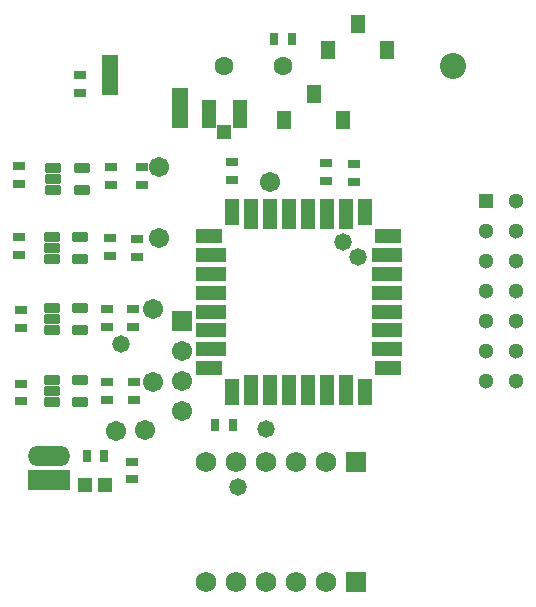
<source format=gbs>
G04*
G04 #@! TF.GenerationSoftware,Altium Limited,Altium Designer,22.7.1 (60)*
G04*
G04 Layer_Color=16711935*
%FSLAX44Y44*%
%MOMM*%
G71*
G04*
G04 #@! TF.SameCoordinates,445EDDF3-7DE9-4779-8E76-6141CBC7C01E*
G04*
G04*
G04 #@! TF.FilePolarity,Negative*
G04*
G01*
G75*
%ADD18R,1.3000X1.3000*%
%ADD37R,0.7000X1.0000*%
%ADD38R,1.0000X0.7000*%
%ADD41R,1.2032X1.6032*%
%ADD43C,2.2032*%
%ADD44C,1.7272*%
%ADD45C,1.3000*%
%ADD46C,1.6012*%
%ADD47C,1.7032*%
%ADD48R,1.7272X1.7272*%
%ADD49R,1.7032X1.7032*%
%ADD50C,1.4732*%
%ADD82R,1.4732X3.5032*%
%ADD83R,1.2032X1.2532*%
%ADD84R,1.2532X2.4032*%
%ADD85R,3.6032X1.7032*%
G04:AMPARAMS|DCode=86|XSize=0.8732mm|YSize=1.3732mm|CornerRadius=0.1418mm|HoleSize=0mm|Usage=FLASHONLY|Rotation=90.000|XOffset=0mm|YOffset=0mm|HoleType=Round|Shape=RoundedRectangle|*
%AMROUNDEDRECTD86*
21,1,0.8732,1.0896,0,0,90.0*
21,1,0.5896,1.3732,0,0,90.0*
1,1,0.2836,0.5448,0.2948*
1,1,0.2836,0.5448,-0.2948*
1,1,0.2836,-0.5448,-0.2948*
1,1,0.2836,-0.5448,0.2948*
%
%ADD86ROUNDEDRECTD86*%
%ADD87R,1.2000X2.2000*%
%ADD88R,2.2000X1.2000*%
%ADD89R,2.5000X1.2000*%
%ADD90R,1.2000X2.5000*%
%ADD91O,3.6032X1.7032*%
%ADD92R,1.3032X1.2032*%
D18*
X450600Y356200D02*
D03*
D37*
X271500Y493000D02*
D03*
X127500Y140000D02*
D03*
X286500Y493000D02*
D03*
X221500Y166000D02*
D03*
X236500D02*
D03*
X112500Y140000D02*
D03*
D38*
X153000Y202500D02*
D03*
Y187500D02*
D03*
X107000Y462500D02*
D03*
Y447500D02*
D03*
X151000Y135500D02*
D03*
X339000Y387500D02*
D03*
X315000Y388000D02*
D03*
X159000Y369500D02*
D03*
X133000D02*
D03*
X155000Y309000D02*
D03*
X132000Y309500D02*
D03*
X152000Y249500D02*
D03*
X130000D02*
D03*
Y187500D02*
D03*
X236000Y389000D02*
D03*
Y374000D02*
D03*
X315000Y373000D02*
D03*
X339000Y372500D02*
D03*
X155000Y324000D02*
D03*
X132000Y324500D02*
D03*
X152000Y264500D02*
D03*
X130000D02*
D03*
Y202500D02*
D03*
X159000Y384500D02*
D03*
X133000D02*
D03*
X55000Y370500D02*
D03*
Y385500D02*
D03*
Y310500D02*
D03*
Y325500D02*
D03*
X57000Y248500D02*
D03*
Y263500D02*
D03*
X57000Y186500D02*
D03*
Y201500D02*
D03*
X151000Y120500D02*
D03*
D41*
X317000Y484000D02*
D03*
X367000D02*
D03*
X342000Y506000D02*
D03*
X280000Y425000D02*
D03*
X330000D02*
D03*
X305000Y447000D02*
D03*
D43*
X422780Y470336D02*
D03*
D44*
X289700Y134800D02*
D03*
Y33200D02*
D03*
X315100Y134800D02*
D03*
X264300D02*
D03*
X238900D02*
D03*
X213500D02*
D03*
X315100Y33200D02*
D03*
X264300D02*
D03*
X238900D02*
D03*
X213500D02*
D03*
D45*
X450600Y254600D02*
D03*
X476000Y356200D02*
D03*
Y330800D02*
D03*
X450600D02*
D03*
X476000Y305400D02*
D03*
X450600D02*
D03*
X476000Y280000D02*
D03*
X450600D02*
D03*
X476000Y254600D02*
D03*
Y229200D02*
D03*
X450600D02*
D03*
X476000Y203800D02*
D03*
X450600D02*
D03*
D46*
X279000Y470000D02*
D03*
X229000D02*
D03*
D47*
X268000Y372000D02*
D03*
X137000Y161000D02*
D03*
X162000Y162000D02*
D03*
X193000Y178000D02*
D03*
Y203400D02*
D03*
Y228800D02*
D03*
X169000Y203000D02*
D03*
Y265000D02*
D03*
X174000Y325000D02*
D03*
Y385000D02*
D03*
D48*
X340500Y134800D02*
D03*
Y33200D02*
D03*
D49*
X193000Y254200D02*
D03*
D50*
X142000Y235000D02*
D03*
X241000Y114000D02*
D03*
X264000Y163000D02*
D03*
X330000Y321000D02*
D03*
X342000Y309000D02*
D03*
D82*
X132400Y462900D02*
D03*
X192000Y435000D02*
D03*
D83*
X229000Y414750D02*
D03*
D84*
X242250Y430000D02*
D03*
X215750D02*
D03*
D85*
X81000Y120000D02*
D03*
D86*
X83800Y375000D02*
D03*
X82800Y316000D02*
D03*
Y256000D02*
D03*
Y195000D02*
D03*
X108200Y384400D02*
D03*
X83800D02*
D03*
Y365600D02*
D03*
X108200D02*
D03*
X107200Y325400D02*
D03*
X82800D02*
D03*
Y306600D02*
D03*
X107200D02*
D03*
Y265400D02*
D03*
X82800D02*
D03*
Y246600D02*
D03*
X107200D02*
D03*
Y204400D02*
D03*
X82800D02*
D03*
Y185600D02*
D03*
X107200D02*
D03*
D87*
X236000Y346500D02*
D03*
X348000D02*
D03*
X236000Y194500D02*
D03*
X348000D02*
D03*
D88*
X216000Y326500D02*
D03*
Y214500D02*
D03*
X368000D02*
D03*
Y326500D02*
D03*
D89*
X217500Y294500D02*
D03*
Y230500D02*
D03*
X366500D02*
D03*
X217500Y310500D02*
D03*
Y278500D02*
D03*
Y262500D02*
D03*
Y246500D02*
D03*
X366500D02*
D03*
Y262500D02*
D03*
Y278500D02*
D03*
Y294500D02*
D03*
Y310500D02*
D03*
D90*
X268000Y196000D02*
D03*
X332000Y345000D02*
D03*
X316000D02*
D03*
X300000D02*
D03*
X284000D02*
D03*
X268000D02*
D03*
X252000D02*
D03*
Y196000D02*
D03*
X284000D02*
D03*
X300000D02*
D03*
X316000D02*
D03*
X332000D02*
D03*
D91*
X81000Y140000D02*
D03*
D92*
X128500Y116000D02*
D03*
X111500D02*
D03*
M02*

</source>
